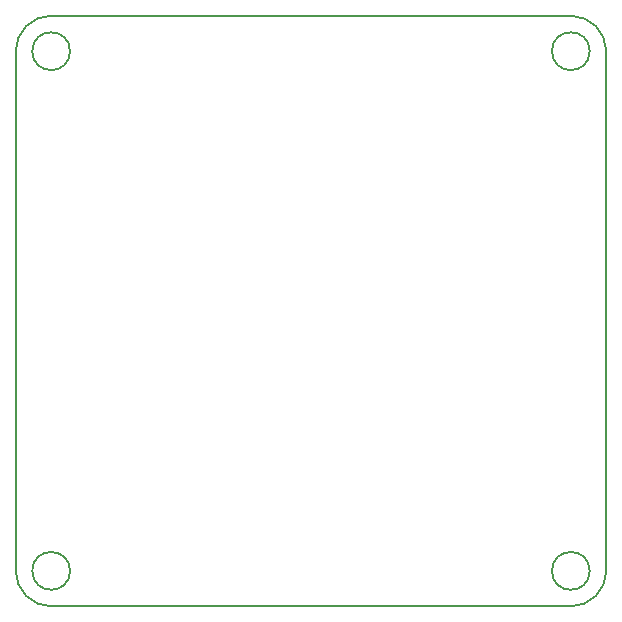
<source format=gm1>
G04 #@! TF.GenerationSoftware,KiCad,Pcbnew,(6.0.5-0)*
G04 #@! TF.CreationDate,2022-06-12T23:19:16+02:00*
G04 #@! TF.ProjectId,ESP8266-Breakout,45535038-3236-4362-9d42-7265616b6f75,1.1*
G04 #@! TF.SameCoordinates,PX2faf080PY2faf080*
G04 #@! TF.FileFunction,Profile,NP*
%FSLAX46Y46*%
G04 Gerber Fmt 4.6, Leading zero omitted, Abs format (unit mm)*
G04 Created by KiCad (PCBNEW (6.0.5-0)) date 2022-06-12 23:19:16*
%MOMM*%
%LPD*%
G01*
G04 APERTURE LIST*
G04 #@! TA.AperFunction,Profile*
%ADD10C,0.200000*%
G04 #@! TD*
G04 #@! TA.AperFunction,Profile*
%ADD11C,0.150000*%
G04 #@! TD*
G04 APERTURE END LIST*
D10*
X45400000Y-47000000D02*
G75*
G03*
X48600000Y-47000000I1600000J0D01*
G01*
X48600000Y-47000000D02*
G75*
G03*
X45400000Y-47000000I-1600000J0D01*
G01*
X1400000Y-47000000D02*
G75*
G03*
X4600000Y-47000000I1600000J0D01*
G01*
X4600000Y-47000000D02*
G75*
G03*
X1400000Y-47000000I-1600000J0D01*
G01*
X4600000Y-3000000D02*
G75*
G03*
X1400000Y-3000000I-1600000J0D01*
G01*
X1400000Y-3000000D02*
G75*
G03*
X4600000Y-3000000I1600000J0D01*
G01*
X45400000Y-3000000D02*
G75*
G03*
X48600000Y-3000000I1600000J0D01*
G01*
X48600000Y-3000000D02*
G75*
G03*
X45400000Y-3000000I-1600000J0D01*
G01*
D11*
X3000000Y-50000000D02*
X47000000Y-50000000D01*
X0Y-3000000D02*
X0Y-47000000D01*
X47000000Y0D02*
X3000000Y0D01*
X50000000Y-47000000D02*
X50000000Y-3000000D01*
X47000000Y-50000000D02*
G75*
G03*
X50000000Y-47000000I0J3000000D01*
G01*
X0Y-47000000D02*
G75*
G03*
X3000000Y-50000000I3000000J0D01*
G01*
X50000000Y-3000000D02*
G75*
G03*
X47000000Y0I-3000000J0D01*
G01*
X3000000Y0D02*
G75*
G03*
X0Y-3000000I0J-3000000D01*
G01*
M02*

</source>
